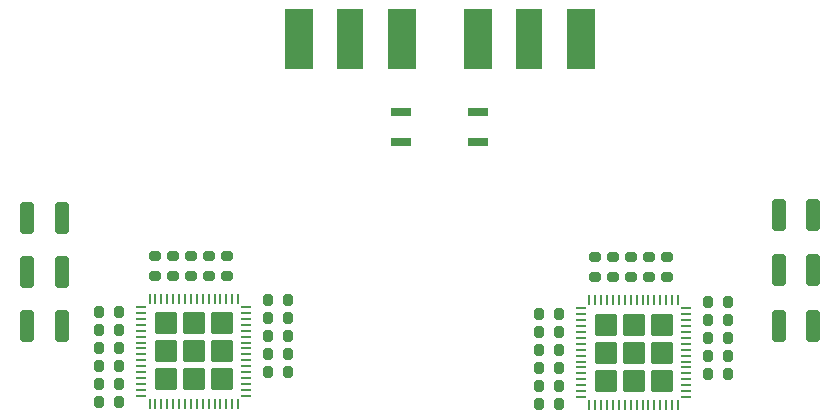
<source format=gbr>
%TF.GenerationSoftware,KiCad,Pcbnew,(6.0.1)*%
%TF.CreationDate,2023-03-16T18:29:38-06:00*%
%TF.ProjectId,SPARC,53504152-432e-46b6-9963-61645f706362,01*%
%TF.SameCoordinates,Original*%
%TF.FileFunction,Paste,Top*%
%TF.FilePolarity,Positive*%
%FSLAX46Y46*%
G04 Gerber Fmt 4.6, Leading zero omitted, Abs format (unit mm)*
G04 Created by KiCad (PCBNEW (6.0.1)) date 2023-03-16 18:29:38*
%MOMM*%
%LPD*%
G01*
G04 APERTURE LIST*
G04 Aperture macros list*
%AMRoundRect*
0 Rectangle with rounded corners*
0 $1 Rounding radius*
0 $2 $3 $4 $5 $6 $7 $8 $9 X,Y pos of 4 corners*
0 Add a 4 corners polygon primitive as box body*
4,1,4,$2,$3,$4,$5,$6,$7,$8,$9,$2,$3,0*
0 Add four circle primitives for the rounded corners*
1,1,$1+$1,$2,$3*
1,1,$1+$1,$4,$5*
1,1,$1+$1,$6,$7*
1,1,$1+$1,$8,$9*
0 Add four rect primitives between the rounded corners*
20,1,$1+$1,$2,$3,$4,$5,0*
20,1,$1+$1,$4,$5,$6,$7,0*
20,1,$1+$1,$6,$7,$8,$9,0*
20,1,$1+$1,$8,$9,$2,$3,0*%
G04 Aperture macros list end*
%ADD10RoundRect,0.200000X-0.275000X0.200000X-0.275000X-0.200000X0.275000X-0.200000X0.275000X0.200000X0*%
%ADD11RoundRect,0.200000X0.200000X0.275000X-0.200000X0.275000X-0.200000X-0.275000X0.200000X-0.275000X0*%
%ADD12R,1.750000X0.750000*%
%ADD13RoundRect,0.250000X0.325000X1.100000X-0.325000X1.100000X-0.325000X-1.100000X0.325000X-1.100000X0*%
%ADD14R,2.290000X5.080000*%
%ADD15R,2.420000X5.080000*%
%ADD16RoundRect,0.200000X-0.200000X-0.275000X0.200000X-0.275000X0.200000X0.275000X-0.200000X0.275000X0*%
%ADD17RoundRect,0.200000X0.275000X-0.200000X0.275000X0.200000X-0.275000X0.200000X-0.275000X-0.200000X0*%
%ADD18RoundRect,0.249999X-0.710001X-0.710001X0.710001X-0.710001X0.710001X0.710001X-0.710001X0.710001X0*%
%ADD19RoundRect,0.062500X-0.350000X-0.062500X0.350000X-0.062500X0.350000X0.062500X-0.350000X0.062500X0*%
%ADD20RoundRect,0.062500X-0.062500X-0.350000X0.062500X-0.350000X0.062500X0.350000X-0.062500X0.350000X0*%
G04 APERTURE END LIST*
D10*
%TO.C,R39*%
X141092682Y-65940000D03*
X141092682Y-67590000D03*
%TD*%
D11*
%TO.C,R3*%
X96228682Y-75158600D03*
X94578682Y-75158600D03*
%TD*%
D12*
%TO.C,D1*%
X126650000Y-56170000D03*
X120150000Y-56170000D03*
X126650000Y-53630000D03*
X120150000Y-53630000D03*
%TD*%
D13*
%TO.C,C6*%
X91383682Y-71763369D03*
X88433682Y-71763369D03*
%TD*%
D14*
%TO.C,J2*%
X130975000Y-47480000D03*
D15*
X126595000Y-47480000D03*
X135355000Y-47480000D03*
%TD*%
D11*
%TO.C,R1*%
X96233682Y-78208600D03*
X94583682Y-78208600D03*
%TD*%
D13*
%TO.C,C4*%
X91383682Y-62573369D03*
X88433682Y-62573369D03*
%TD*%
D16*
%TO.C,R33*%
X131827682Y-73746000D03*
X133477682Y-73746000D03*
%TD*%
D11*
%TO.C,R41*%
X147759682Y-69682000D03*
X146109682Y-69682000D03*
%TD*%
D10*
%TO.C,R6*%
X100800682Y-65828600D03*
X100800682Y-67478600D03*
%TD*%
D17*
%TO.C,R26*%
X105372682Y-67478600D03*
X105372682Y-65828600D03*
%TD*%
D16*
%TO.C,R61*%
X146109682Y-74254000D03*
X147759682Y-74254000D03*
%TD*%
D11*
%TO.C,R45*%
X147759682Y-75778000D03*
X146109682Y-75778000D03*
%TD*%
%TO.C,R8*%
X110515682Y-69570600D03*
X108865682Y-69570600D03*
%TD*%
D18*
%TO.C,U2*%
X137440000Y-71620000D03*
X139820000Y-76380000D03*
X142200000Y-74000000D03*
X142200000Y-71620000D03*
X142200000Y-76380000D03*
X139820000Y-71620000D03*
X137440000Y-74000000D03*
X139820000Y-74000000D03*
X137440000Y-76380000D03*
D19*
X135382500Y-70250000D03*
X135382500Y-70750000D03*
X135382500Y-71250000D03*
X135382500Y-71750000D03*
X135382500Y-72250000D03*
X135382500Y-72750000D03*
X135382500Y-73250000D03*
X135382500Y-73750000D03*
X135382500Y-74250000D03*
X135382500Y-74750000D03*
X135382500Y-75250000D03*
X135382500Y-75750000D03*
X135382500Y-76250000D03*
X135382500Y-76750000D03*
X135382500Y-77250000D03*
X135382500Y-77750000D03*
D20*
X136070000Y-78437500D03*
X136570000Y-78437500D03*
X137070000Y-78437500D03*
X137570000Y-78437500D03*
X138070000Y-78437500D03*
X138570000Y-78437500D03*
X139070000Y-78437500D03*
X139570000Y-78437500D03*
X140070000Y-78437500D03*
X140570000Y-78437500D03*
X141070000Y-78437500D03*
X141570000Y-78437500D03*
X142070000Y-78437500D03*
X142570000Y-78437500D03*
X143070000Y-78437500D03*
X143570000Y-78437500D03*
D19*
X144257500Y-77750000D03*
X144257500Y-77250000D03*
X144257500Y-76750000D03*
X144257500Y-76250000D03*
X144257500Y-75750000D03*
X144257500Y-75250000D03*
X144257500Y-74750000D03*
X144257500Y-74250000D03*
X144257500Y-73750000D03*
X144257500Y-73250000D03*
X144257500Y-72750000D03*
X144257500Y-72250000D03*
X144257500Y-71750000D03*
X144257500Y-71250000D03*
X144257500Y-70750000D03*
X144257500Y-70250000D03*
D20*
X143570000Y-69562500D03*
X143070000Y-69562500D03*
X142570000Y-69562500D03*
X142070000Y-69562500D03*
X141570000Y-69562500D03*
X141070000Y-69562500D03*
X140570000Y-69562500D03*
X140070000Y-69562500D03*
X139570000Y-69562500D03*
X139070000Y-69562500D03*
X138570000Y-69562500D03*
X138070000Y-69562500D03*
X137570000Y-69562500D03*
X137070000Y-69562500D03*
X136570000Y-69562500D03*
X136070000Y-69562500D03*
%TD*%
D16*
%TO.C,R28*%
X108865682Y-71094600D03*
X110515682Y-71094600D03*
%TD*%
D17*
%TO.C,R57*%
X142616682Y-67590000D03*
X142616682Y-65940000D03*
%TD*%
D10*
%TO.C,R7*%
X103848682Y-65828600D03*
X103848682Y-67478600D03*
%TD*%
D14*
%TO.C,J1*%
X115825000Y-47480000D03*
D15*
X120205000Y-47480000D03*
X111445000Y-47480000D03*
%TD*%
D13*
%TO.C,C1*%
X155027682Y-62313369D03*
X152077682Y-62313369D03*
%TD*%
%TO.C,C5*%
X91383682Y-67163369D03*
X88433682Y-67163369D03*
%TD*%
%TO.C,C3*%
X155027682Y-71763369D03*
X152077682Y-71763369D03*
%TD*%
D17*
%TO.C,R22*%
X99276682Y-67478600D03*
X99276682Y-65828600D03*
%TD*%
D11*
%TO.C,R47*%
X133477682Y-78320000D03*
X131827682Y-78320000D03*
%TD*%
D17*
%TO.C,R24*%
X102324682Y-67478600D03*
X102324682Y-65828600D03*
%TD*%
D11*
%TO.C,R20*%
X96233682Y-76684600D03*
X94583682Y-76684600D03*
%TD*%
D17*
%TO.C,R55*%
X139568682Y-67590000D03*
X139568682Y-65940000D03*
%TD*%
D11*
%TO.C,R49*%
X133477682Y-75270000D03*
X131827682Y-75270000D03*
%TD*%
D16*
%TO.C,R4*%
X94578682Y-73634600D03*
X96228682Y-73634600D03*
%TD*%
D11*
%TO.C,R43*%
X147759682Y-72730000D03*
X146109682Y-72730000D03*
%TD*%
%TO.C,R32*%
X133477682Y-76796000D03*
X131827682Y-76796000D03*
%TD*%
D16*
%TO.C,R30*%
X108865682Y-74142600D03*
X110515682Y-74142600D03*
%TD*%
D11*
%TO.C,R19*%
X96228682Y-72110600D03*
X94578682Y-72110600D03*
%TD*%
%TO.C,R51*%
X133477682Y-72222000D03*
X131827682Y-72222000D03*
%TD*%
D16*
%TO.C,R35*%
X131827682Y-70698000D03*
X133477682Y-70698000D03*
%TD*%
D18*
%TO.C,U1*%
X102578682Y-73888600D03*
X100198682Y-76268600D03*
X104958682Y-73888600D03*
X100198682Y-71508600D03*
X100198682Y-73888600D03*
X102578682Y-76268600D03*
X104958682Y-76268600D03*
X102578682Y-71508600D03*
X104958682Y-71508600D03*
D19*
X98141182Y-70138600D03*
X98141182Y-70638600D03*
X98141182Y-71138600D03*
X98141182Y-71638600D03*
X98141182Y-72138600D03*
X98141182Y-72638600D03*
X98141182Y-73138600D03*
X98141182Y-73638600D03*
X98141182Y-74138600D03*
X98141182Y-74638600D03*
X98141182Y-75138600D03*
X98141182Y-75638600D03*
X98141182Y-76138600D03*
X98141182Y-76638600D03*
X98141182Y-77138600D03*
X98141182Y-77638600D03*
D20*
X98828682Y-78326100D03*
X99328682Y-78326100D03*
X99828682Y-78326100D03*
X100328682Y-78326100D03*
X100828682Y-78326100D03*
X101328682Y-78326100D03*
X101828682Y-78326100D03*
X102328682Y-78326100D03*
X102828682Y-78326100D03*
X103328682Y-78326100D03*
X103828682Y-78326100D03*
X104328682Y-78326100D03*
X104828682Y-78326100D03*
X105328682Y-78326100D03*
X105828682Y-78326100D03*
X106328682Y-78326100D03*
D19*
X107016182Y-77638600D03*
X107016182Y-77138600D03*
X107016182Y-76638600D03*
X107016182Y-76138600D03*
X107016182Y-75638600D03*
X107016182Y-75138600D03*
X107016182Y-74638600D03*
X107016182Y-74138600D03*
X107016182Y-73638600D03*
X107016182Y-73138600D03*
X107016182Y-72638600D03*
X107016182Y-72138600D03*
X107016182Y-71638600D03*
X107016182Y-71138600D03*
X107016182Y-70638600D03*
X107016182Y-70138600D03*
D20*
X106328682Y-69451100D03*
X105828682Y-69451100D03*
X105328682Y-69451100D03*
X104828682Y-69451100D03*
X104328682Y-69451100D03*
X103828682Y-69451100D03*
X103328682Y-69451100D03*
X102828682Y-69451100D03*
X102328682Y-69451100D03*
X101828682Y-69451100D03*
X101328682Y-69451100D03*
X100828682Y-69451100D03*
X100328682Y-69451100D03*
X99828682Y-69451100D03*
X99328682Y-69451100D03*
X98828682Y-69451100D03*
%TD*%
D10*
%TO.C,R37*%
X138044682Y-65940000D03*
X138044682Y-67590000D03*
%TD*%
D16*
%TO.C,R5*%
X94578682Y-70586600D03*
X96228682Y-70586600D03*
%TD*%
D13*
%TO.C,C2*%
X155027682Y-67013369D03*
X152077682Y-67013369D03*
%TD*%
D11*
%TO.C,R9*%
X110515682Y-72618600D03*
X108865682Y-72618600D03*
%TD*%
D17*
%TO.C,R53*%
X136520682Y-67590000D03*
X136520682Y-65940000D03*
%TD*%
D16*
%TO.C,R59*%
X146109682Y-71206000D03*
X147759682Y-71206000D03*
%TD*%
D11*
%TO.C,R10*%
X110515682Y-75666600D03*
X108865682Y-75666600D03*
%TD*%
M02*

</source>
